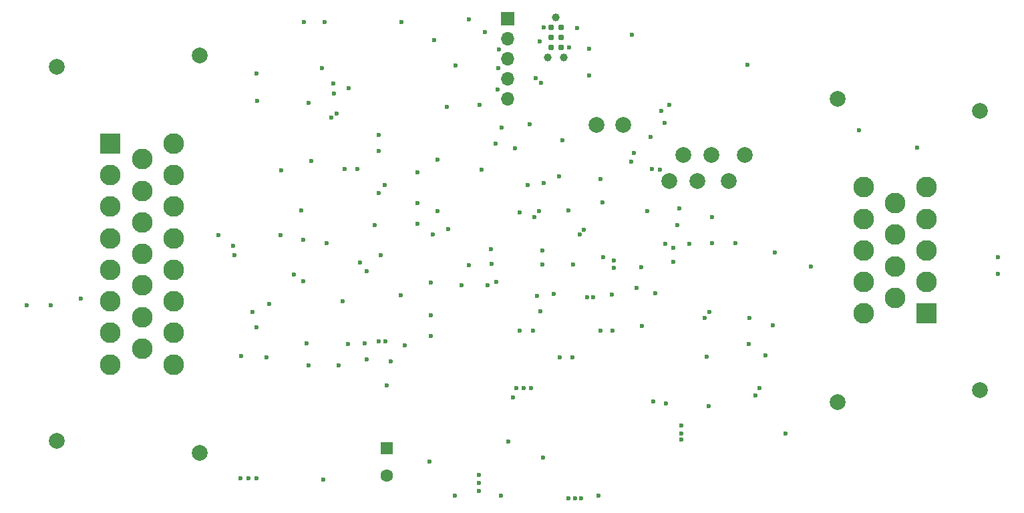
<source format=gbr>
%TF.GenerationSoftware,KiCad,Pcbnew,7.0.0-rc1-unknown-0.4.rc2.fc37*%
%TF.CreationDate,2023-02-14T20:33:30-08:00*%
%TF.ProjectId,prius_gen2,70726975-735f-4676-956e-322e6b696361,rev?*%
%TF.SameCoordinates,Original*%
%TF.FileFunction,Soldermask,Bot*%
%TF.FilePolarity,Negative*%
%FSLAX46Y46*%
G04 Gerber Fmt 4.6, Leading zero omitted, Abs format (unit mm)*
G04 Created by KiCad (PCBNEW 7.0.0-rc1-unknown-0.4.rc2.fc37) date 2023-02-14 20:33:30*
%MOMM*%
%LPD*%
G01*
G04 APERTURE LIST*
%ADD10R,1.600000X1.600000*%
%ADD11C,1.600000*%
%ADD12C,2.000000*%
%ADD13R,2.625000X2.625000*%
%ADD14C,2.625000*%
%ADD15C,0.990600*%
%ADD16C,0.787400*%
%ADD17R,1.700000X1.700000*%
%ADD18O,1.700000X1.700000*%
%ADD19C,0.600000*%
G04 APERTURE END LIST*
D10*
%TO.C,C30*%
X130873499Y-124844999D03*
D11*
X130873500Y-128345000D03*
%TD*%
D12*
%TO.C,J3*%
X107183000Y-75054500D03*
X89083000Y-76554500D03*
X89083000Y-123954500D03*
X107183000Y-125454500D03*
D13*
X95882999Y-86254499D03*
D14*
X95883000Y-90254500D03*
X95883000Y-94254500D03*
X95883000Y-98254500D03*
X95883000Y-102254500D03*
X95883000Y-106254500D03*
X95883000Y-110254500D03*
X95883000Y-114254500D03*
X99883000Y-88254500D03*
X99883000Y-92254500D03*
X99883000Y-96254500D03*
X99883000Y-100254500D03*
X99883000Y-104254500D03*
X99883000Y-108254500D03*
X99883000Y-112254500D03*
X103883000Y-86254500D03*
X103883000Y-90254500D03*
X103883000Y-94254500D03*
X103883000Y-98254500D03*
X103883000Y-102254500D03*
X103883000Y-106254500D03*
X103883000Y-110254500D03*
X103883000Y-114254500D03*
%TD*%
D15*
%TO.C,J2*%
X152355000Y-70289000D03*
X153371000Y-75369000D03*
X151339000Y-75369000D03*
D16*
X152990000Y-71559000D03*
X151720000Y-71559000D03*
X152990000Y-72829000D03*
X151720000Y-72829000D03*
X152990000Y-74099000D03*
X151720000Y-74099000D03*
%TD*%
D12*
%TO.C,J4*%
X188023000Y-119009500D03*
X206123000Y-117509500D03*
X206123000Y-82109500D03*
X188023000Y-80609500D03*
D13*
X199322999Y-107809499D03*
D14*
X199323000Y-103809500D03*
X199323000Y-99809500D03*
X199323000Y-95809500D03*
X199323000Y-91809500D03*
X195323000Y-105809500D03*
X195323000Y-101809500D03*
X195323000Y-97809500D03*
X195323000Y-93809500D03*
X191323000Y-107809500D03*
X191323000Y-103809500D03*
X191323000Y-99809500D03*
X191323000Y-95809500D03*
X191323000Y-91809500D03*
%TD*%
D17*
%TO.C,J5*%
X146249999Y-70454999D03*
D18*
X146249999Y-72994999D03*
X146249999Y-75534999D03*
X146249999Y-78074999D03*
X146249999Y-80614999D03*
%TD*%
D12*
%TO.C,TP6*%
X170241000Y-90983500D03*
%TD*%
%TO.C,TP3*%
X157500000Y-83871500D03*
%TD*%
%TO.C,TP4*%
X172019000Y-87681500D03*
%TD*%
%TO.C,TP7*%
X166685000Y-90983500D03*
%TD*%
%TO.C,TP9*%
X176275000Y-87750000D03*
%TD*%
%TO.C,TP8*%
X174225000Y-90975000D03*
%TD*%
%TO.C,TP1*%
X160843000Y-83871500D03*
%TD*%
%TO.C,TP5*%
X168463000Y-87681500D03*
%TD*%
D19*
X190750000Y-84558500D03*
X168209000Y-122035000D03*
X164335500Y-85395500D03*
X208339500Y-102783000D03*
X168000000Y-94475000D03*
X158000000Y-90750000D03*
X169240000Y-98971500D03*
X114424500Y-77394500D03*
X165575000Y-89550000D03*
X148270000Y-117272500D03*
X158250000Y-93750000D03*
X144800000Y-103775000D03*
X136332000Y-126543500D03*
X145075000Y-76725000D03*
X178115000Y-117272500D03*
X166192000Y-98971500D03*
X144975000Y-79425000D03*
X149222500Y-117272500D03*
X142555000Y-130290000D03*
X146301500Y-124067000D03*
X168209000Y-123813000D03*
X144075000Y-99650000D03*
X155572500Y-131242500D03*
X152104000Y-105334500D03*
X120393500Y-70854000D03*
X179829500Y-109271500D03*
X88326000Y-106731500D03*
X140396000Y-104255000D03*
X150775000Y-91250000D03*
X150600000Y-99800000D03*
X137348000Y-94857000D03*
X156588500Y-77648500D03*
X149476500Y-109970000D03*
X128077000Y-111557500D03*
X150625000Y-101600000D03*
X163129000Y-101969000D03*
X137348000Y-88316500D03*
X113345000Y-128702500D03*
X150683000Y-126035500D03*
X141285000Y-101715000D03*
X125575000Y-89483500D03*
X130109000Y-100381500D03*
X133157000Y-111811500D03*
X145150000Y-74300000D03*
X122870000Y-128829500D03*
X142555000Y-128258000D03*
X139507000Y-130861500D03*
X144206000Y-101524500D03*
X147762000Y-109970000D03*
X126000000Y-111700000D03*
X208339500Y-100687500D03*
X166304000Y-119177500D03*
X145349000Y-130861500D03*
X177607000Y-118225000D03*
X153162000Y-85852000D03*
X147750000Y-94950000D03*
X157731500Y-130925000D03*
X157985500Y-109970000D03*
X167193000Y-101270500D03*
X175145500Y-98908000D03*
X147317500Y-117272500D03*
X132649000Y-105461500D03*
X125283000Y-106223500D03*
X143375000Y-72100000D03*
X168209000Y-122987500D03*
X154429500Y-113335500D03*
X138554500Y-81649000D03*
X85278000Y-106731500D03*
X162600000Y-104575000D03*
X123251000Y-98857500D03*
X153921500Y-131242500D03*
X154747000Y-131242500D03*
X152842000Y-113335500D03*
X157096500Y-105779000D03*
X158300000Y-100650000D03*
X154048500Y-74092500D03*
X159509500Y-109970000D03*
X112329000Y-128702500D03*
X176654500Y-76315000D03*
X127175000Y-89483500D03*
X146936500Y-118415500D03*
X114361000Y-128702500D03*
X161900000Y-88550000D03*
X123060500Y-70854000D03*
X172161000Y-98908000D03*
X126045000Y-79271500D03*
X122679500Y-76696000D03*
X142555000Y-129274000D03*
X162225000Y-87425000D03*
X120965000Y-81077500D03*
X132737500Y-70829000D03*
X143698000Y-104255000D03*
X156271000Y-105715500D03*
X142936000Y-89586500D03*
X139600000Y-76325000D03*
X147190500Y-86856000D03*
X149921000Y-105588500D03*
X163891000Y-94793500D03*
X164526000Y-89459500D03*
X163258500Y-109396000D03*
X164653000Y-118923500D03*
X155064500Y-71616000D03*
X150378500Y-107544000D03*
X136903500Y-73140000D03*
X153921500Y-94764900D03*
X156525000Y-74219500D03*
X136509500Y-110618000D03*
X161986000Y-72505000D03*
X114488000Y-80887000D03*
X134808000Y-93841000D03*
X171447500Y-113272000D03*
X136509500Y-108052000D03*
X134808000Y-89904000D03*
X181417000Y-123051000D03*
X136509500Y-103887000D03*
X134808000Y-96444500D03*
X129347000Y-96571500D03*
X141350000Y-70500000D03*
X115631000Y-113335500D03*
X112424500Y-113208500D03*
X124775000Y-114351500D03*
X130871000Y-116891500D03*
X138681500Y-97143000D03*
X155856234Y-97159000D03*
X155344929Y-97786000D03*
X136776500Y-97778000D03*
X124160000Y-78644500D03*
X124223500Y-79914500D03*
X117505000Y-89649500D03*
X117455000Y-97849500D03*
X116005000Y-106549500D03*
X149823500Y-77985618D03*
X145476000Y-84200000D03*
X150325000Y-73275000D03*
X150775000Y-71550000D03*
X150501500Y-78550000D03*
X149032000Y-83825000D03*
X176908500Y-108382500D03*
X178877000Y-113081500D03*
X176816500Y-111713000D03*
X171233675Y-108390275D03*
X144750000Y-86300000D03*
X152750000Y-90400000D03*
X124561600Y-82453700D03*
X150215600Y-94792800D03*
X123850400Y-83007200D03*
X149580600Y-95580200D03*
X166685000Y-81331500D03*
X165669000Y-82093500D03*
X166166228Y-83606728D03*
X184654000Y-101830500D03*
X114361000Y-109525500D03*
X113924194Y-107564694D03*
X121355000Y-88449500D03*
X111455000Y-99199500D03*
X119155000Y-102889500D03*
X120055000Y-94699500D03*
X120711000Y-111557500D03*
X120965000Y-114351500D03*
X120355000Y-98499500D03*
X120305000Y-103699500D03*
X148803000Y-91547000D03*
X142675000Y-81400000D03*
X109535000Y-97841500D03*
X128331000Y-113589500D03*
X131379000Y-113843500D03*
X111567000Y-100381500D03*
X129855000Y-92507500D03*
X129855000Y-87173500D03*
X127492800Y-101321300D03*
X128331000Y-102413500D03*
X130617000Y-91526500D03*
X129855000Y-85141500D03*
X130718600Y-111303500D03*
X129880400Y-111303500D03*
X92136000Y-105906000D03*
X154550000Y-101600000D03*
X159668003Y-102018003D03*
X180084750Y-100065250D03*
X167750000Y-96571500D03*
X172161000Y-95542500D03*
X167200000Y-99477500D03*
X159700000Y-101100000D03*
X198116000Y-86781000D03*
X171685500Y-119542500D03*
X159400000Y-105400000D03*
X171828500Y-107600000D03*
X164950000Y-105250000D03*
M02*

</source>
